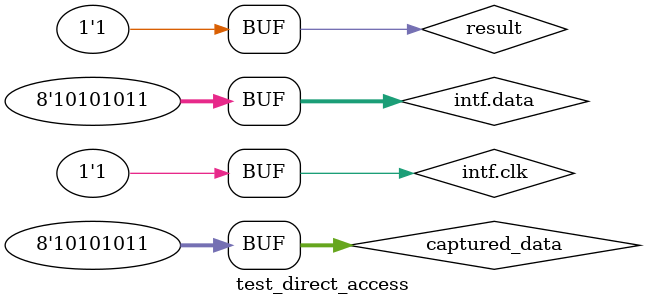
<source format=sv>


interface my_if;
  logic clk;
  logic [7:0] data;
endinterface

// CHECK-LABEL: moore.module @test_direct_access
module test_direct_access;
  // CHECK: %intf = moore.interface.instance @my_if : <virtual_interface<@my_if>>
  my_if intf();

  logic result;
  logic [7:0] captured_data;

  initial begin
    // Write to direct interface member
    // CHECK: [[VIF1:%.*]] = moore.read %intf : <virtual_interface<@my_if>>
    // CHECK: [[REF1:%.*]] = moore.virtual_interface.signal_ref [[VIF1]][@clk] : <@my_if> -> <l1>
    // CHECK: moore.blocking_assign [[REF1]]
    intf.clk = 1;

    // CHECK: [[VIF2:%.*]] = moore.read %intf : <virtual_interface<@my_if>>
    // CHECK: [[REF2:%.*]] = moore.virtual_interface.signal_ref [[VIF2]][@data] : <@my_if> -> <l8>
    // CHECK: moore.blocking_assign [[REF2]]
    intf.data = 8'hAB;

    // Read from direct interface member
    // CHECK: [[VIF3:%.*]] = moore.read %intf : <virtual_interface<@my_if>>
    // CHECK: [[REF3:%.*]] = moore.virtual_interface.signal_ref [[VIF3]][@clk] : <@my_if> -> <l1>
    // CHECK: [[READ3:%.*]] = moore.read [[REF3]] : <l1>
    // CHECK: moore.blocking_assign %result, [[READ3]]
    result = intf.clk;

    // CHECK: [[VIF4:%.*]] = moore.read %intf : <virtual_interface<@my_if>>
    // CHECK: [[REF4:%.*]] = moore.virtual_interface.signal_ref [[VIF4]][@data] : <@my_if> -> <l8>
    // CHECK: [[READ4:%.*]] = moore.read [[REF4]] : <l8>
    // CHECK: moore.blocking_assign %captured_data, [[READ4]]
    captured_data = intf.data;
  end
endmodule

</source>
